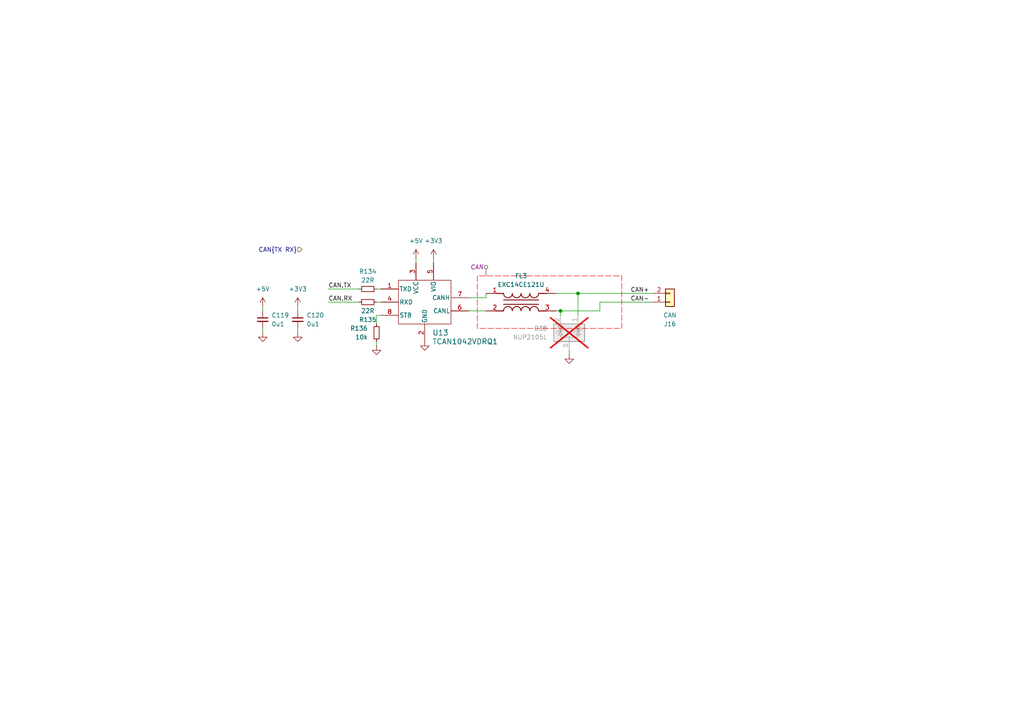
<source format=kicad_sch>
(kicad_sch (version 20250114) (generator "eeschema") (generator_version "9.0")
  (paper "A4")
  (lib_symbols
    (symbol "Connector_Generic:Conn_01x02" (pin_names (offset 1.016) (hide yes))
      (property "Reference" "J" (at 0 2.54 0))
      (property "Value" "Conn_01x02" (at 0 -5.08 0))
      (symbol "Conn_01x02_1_1"
        (rectangle (start -1.27 1.27) (end 1.27 -3.81) (stroke (width 0.254)) (fill (type background)))
        (rectangle (start -1.27 0.127) (end 0 -0.127) (stroke (width 0.1524)))
        (rectangle (start -1.27 -2.413) (end 0 -2.667) (stroke (width 0.1524)))
        (pin passive line (at -5.08 0 0) (length 3.81) (name "Pin_1") (number "1"))
        (pin passive line (at -5.08 -2.54 0) (length 3.81) (name "Pin_2") (number "2"))
      )
    )
    (symbol "Device:C_Small" (pin_numbers (hide yes)) (pin_names (offset 0.254) (hide yes))
      (property "Reference" "C" (at 0.254 1.778 0))
      (property "Value" "C_Small" (at 0.254 -2.032 0))
      (symbol "C_Small_0_1"
        (polyline (pts (xy -1.524 0.508) (xy 1.524 0.508)) (stroke (width 0.3048)))
        (polyline (pts (xy -1.524 -0.508) (xy 1.524 -0.508)) (stroke (width 0.3302)))
      )
      (symbol "C_Small_1_1"
        (pin passive line (at 0 2.54 270) (length 2.032) (name "~") (number "1"))
        (pin passive line (at 0 -2.54 90) (length 2.032) (name "~") (number "2"))
      )
    )
    (symbol "Device:R_Small" (pin_numbers (hide yes)) (pin_names (offset 0.254) (hide yes))
      (property "Reference" "R" (at 0.762 0.508 0))
      (property "Value" "R_Small" (at 0.762 -1.016 0))
      (symbol "R_Small_0_1"
        (rectangle (start -0.762 1.778) (end 0.762 -1.778) (stroke (width 0.2032)))
      )
      (symbol "R_Small_1_1"
        (pin passive line (at 0 2.54 270) (length 0.762) (name "~") (number "1"))
        (pin passive line (at 0 -2.54 90) (length 0.762) (name "~") (number "2"))
      )
    )
    (symbol "Power_Protection:NUP2105L" (pin_names (hide yes))
      (property "Reference" "D" (at 5.715 2.54 0))
      (property "Value" "NUP2105L" (at 5.715 0.635 0))
      (symbol "NUP2105L_0_0"
        (pin passive line (at 0 -5.08 90) (length 2.54) (name "A") (number "3"))
      )
      (symbol "NUP2105L_0_1"
        (rectangle (start -4.445 2.54) (end 4.445 -2.54) (stroke (width 0.254)) (fill (type background)))
        (polyline (pts (xy -3.81 1.27) (xy -3.175 0.635) (xy -1.905 0.635) (xy -1.27 0)))
        (polyline (pts (xy -2.54 2.54) (xy -2.54 0.635)))
        (polyline (pts (xy -2.54 0.635) (xy -2.54 -1.27) (xy 2.54 -1.27) (xy 2.54 0.635)))
        (polyline (pts (xy -2.54 0.635) (xy -1.905 -0.635) (xy -3.175 -0.635) (xy -2.54 0.635)))
        (polyline (pts (xy -2.54 0.635) (xy -3.175 1.905) (xy -1.905 1.905) (xy -2.54 0.635) (xy -2.54 1.27)))
        (polyline (pts (xy 0 -1.27) (xy 0 -2.54)))
        (polyline (pts (xy 1.27 1.27) (xy 1.905 0.635) (xy 2.54 0.635) (xy 3.175 0.635) (xy 3.81 0)))
        (polyline (pts (xy 2.54 2.54) (xy 2.54 0.635)))
        (polyline (pts (xy 2.54 0.635) (xy 1.905 -0.635) (xy 3.175 -0.635) (xy 2.54 0.635)))
        (polyline (pts (xy 2.54 0.635) (xy 3.175 1.905) (xy 1.905 1.905) (xy 2.54 0.635)))
      )
      (symbol "NUP2105L_1_1"
        (pin passive line (at -2.54 5.08 270) (length 2.54) (name "K") (number "1"))
        (pin passive line (at 2.54 5.08 270) (length 2.54) (name "K") (number "2"))
      )
    )
    (symbol "SamacSys_Parts_EP6:EXC-X4CE900U" (pin_names (hide yes))
      (property "Reference" "FL" (at -0.254 1.524 0))
      (property "Value" "EXC-X4CE900U" (at -0.254 -0.254 0))
      (symbol "EXC-X4CE900U_1_1"
        (polyline (pts (xy -2.54 5.08) (xy -2.54 7.366)) (stroke (width 0.254)))
        (arc (start -2.488 5.08) (mid -1.2689 3.81) (end -2.488 2.54) (stroke (width 0.254)))
        (arc (start -2.488 2.54) (mid -1.2689 1.27) (end -2.488 0) (stroke (width 0.254)))
        (arc (start -2.488 0) (mid -1.2689 -1.27) (end -2.488 -2.54) (stroke (width 0.254)))
        (arc (start -2.488 -2.54) (mid -1.2689 -3.81) (end -2.488 -5.08) (stroke (width 0.254)))
        (polyline (pts (xy -2.54 -5.08) (xy -2.54 -7.366)) (stroke (width 0.254)))
        (polyline (pts (xy -0.635 5.08) (xy -0.635 -5.08)) (stroke (width 0.254)))
        (polyline (pts (xy 0.635 5.08) (xy 0.635 -5.08)) (stroke (width 0.254)))
        (polyline (pts (xy 2.54 5.08) (xy 2.54 7.366)) (stroke (width 0.254)))
        (arc (start 2.488 2.54) (mid 1.2689 3.81) (end 2.488 5.08) (stroke (width 0.254)))
        (arc (start 2.488 0) (mid 1.2689 1.27) (end 2.488 2.54) (stroke (width 0.254)))
        (arc (start 2.488 -2.54) (mid 1.2689 -1.27) (end 2.488 0) (stroke (width 0.254)))
        (arc (start 2.488 -5.08) (mid 1.2689 -3.81) (end 2.488 -2.54) (stroke (width 0.254)))
        (polyline (pts (xy 2.54 -5.08) (xy 2.54 -7.366)) (stroke (width 0.254)))
        (pin passive line (at -2.54 10.16 270) (length 5.08) (name "4") (number "4"))
        (pin passive line (at -2.54 -10.16 90) (length 5.08) (name "1") (number "1"))
        (pin passive line (at 2.54 10.16 270) (length 5.08) (name "3") (number "3"))
        (pin passive line (at 2.54 -10.16 90) (length 5.08) (name "2") (number "2"))
      )
    )
    (symbol "nturt_kicad_lib_EP6:TCAN1042VDRQ1" (pin_names (offset 0.254))
      (property "Reference" "U" (at 0 2.54 0))
      (property "Value" "TCAN1042VDRQ1" (at 0 0 0))
      (symbol "TCAN1042VDRQ1_0_1"
        (pin input line (at -12.7 3.81 0) (length 5.08) (name "TXD") (number "1"))
        (pin output line (at -12.7 0 0) (length 5.08) (name "RXD") (number "4"))
        (pin input line (at -12.7 -3.81 0) (length 5.08) (name "STB") (number "8"))
        (pin power_in line (at -2.54 11.43 270) (length 5.08) (name "VCC") (number "3"))
        (pin power_in line (at 0 -11.43 90) (length 5.08) (name "GND") (number "2"))
        (pin power_in line (at 2.54 11.43 270) (length 5.08) (name "VIO") (number "5"))
        (pin bidirectional line (at 12.7 1.27 180) (length 5.08) (name "CANH") (number "7"))
        (pin bidirectional line (at 12.7 -2.54 180) (length 5.08) (name "CANL") (number "6"))
      )
      (symbol "TCAN1042VDRQ1_1_1"
        (rectangle (start -7.62 6.35) (end 7.62 -6.35))
      )
    )
    (symbol "power:+3V3" (power) (pin_numbers (hide yes)) (pin_names (offset 0) (hide yes))
      (property "Value" "+3V3" (at 0 3.556 0))
      (symbol "+3V3_0_1"
        (polyline (pts (xy -0.762 1.27) (xy 0 2.54)))
        (polyline (pts (xy 0 2.54) (xy 0.762 1.27)))
        (polyline (pts (xy 0 0) (xy 0 2.54)))
      )
      (symbol "+3V3_1_1"
        (pin power_in line (at 0 0 90) (length 0) (name "~") (number "1"))
      )
    )
    (symbol "power:+5V" (power) (pin_numbers (hide yes)) (pin_names (offset 0) (hide yes))
      (property "Value" "+5V" (at 0 3.556 0))
      (symbol "+5V_0_1"
        (polyline (pts (xy -0.762 1.27) (xy 0 2.54)))
        (polyline (pts (xy 0 2.54) (xy 0.762 1.27)))
        (polyline (pts (xy 0 0) (xy 0 2.54)))
      )
      (symbol "+5V_1_1"
        (pin power_in line (at 0 0 90) (length 0) (name "~") (number "1"))
      )
    )
    (symbol "power:GND" (power) (pin_numbers (hide yes)) (pin_names (offset 0) (hide yes))
      (property "Value" "GND" (at 0 -3.81 0))
      (symbol "GND_0_1"
        (polyline (pts (xy 0 0) (xy 0 -1.27) (xy 1.27 -1.27) (xy 0 -2.54) (xy -1.27 -1.27) (xy 0 -1.27)))
      )
      (symbol "GND_1_1"
        (pin power_in line (at 0 0 270) (length 0) (name "~") (number "1"))
      )
    )
  )
  (junction (at 167.64 85.09))
  (junction (at 162.56 90.17))
  (wire (pts (xy 167.64 85.09) (xy 189.23 85.09)))
  (wire (pts (xy 109.22 91.44) (xy 110.49 91.44)))
  (wire (pts (xy 162.56 90.17) (xy 162.56 91.44)))
  (wire (pts (xy 109.22 93.98) (xy 109.22 91.44)))
  (wire (pts (xy 120.65 74.93) (xy 120.65 76.2)))
  (wire (pts (xy 109.22 87.63) (xy 110.49 87.63)))
  (wire (pts (xy 167.64 85.09) (xy 167.64 91.44)))
  (wire (pts (xy 135.89 86.36) (xy 140.97 86.36)))
  (wire (pts (xy 76.2 96.52) (xy 76.2 95.25)))
  (wire (pts (xy 173.99 87.63) (xy 173.99 90.17)))
  (wire (pts (xy 86.36 88.9) (xy 86.36 90.17)))
  (wire (pts (xy 95.25 87.63) (xy 104.14 87.63)))
  (wire (pts (xy 109.22 100.33) (xy 109.22 99.06)))
  (wire (pts (xy 125.73 74.93) (xy 125.73 76.2)))
  (wire (pts (xy 140.97 90.17) (xy 135.89 90.17)))
  (wire (pts (xy 140.97 86.36) (xy 140.97 85.09)))
  (wire (pts (xy 76.2 88.9) (xy 76.2 90.17)))
  (wire (pts (xy 162.56 90.17) (xy 161.29 90.17)))
  (wire (pts (xy 95.25 83.82) (xy 104.14 83.82)))
  (wire (pts (xy 165.1 102.87) (xy 165.1 101.6)))
  (wire (pts (xy 173.99 87.63) (xy 189.23 87.63)))
  (wire (pts (xy 86.36 96.52) (xy 86.36 95.25)))
  (wire (pts (xy 109.22 83.82) (xy 110.49 83.82)))
  (wire (pts (xy 162.56 90.17) (xy 173.99 90.17)))
  (wire (pts (xy 161.29 85.09) (xy 167.64 85.09)))
  (label "CAN.RX" (at 95.25 87.63 0))
  (label "CAN+" (at 182.88 85.09 0))
  (label "CAN-" (at 182.88 87.63 0))
  (label "CAN.TX" (at 95.25 83.82 0))
  (hierarchical_label "CAN{TX RX}" (shape input) (at 87.63 72.39 180))
  (rule_area (polyline (pts (xy 138.43 80.01) (xy 138.43 95.25) (xy 180.34 95.25) (xy 180.34 80.01)) (stroke (width 0) (type dash))))
  (netclass_flag "" (length 2.54) (shape round) (at 140.97 80.01 0) (property "Netclass" "CAN" (at 140.2715 77.47 0) (effects (font (italic yes)) (justify right))))
  (symbol (lib_id "Device:R_Small") (at 106.68 83.82 90) (unit 1)
    (property "Reference" "R10" (at 106.68 78.74 90))
    (property "Value" "22R" (at 106.68 81.28 90))
    (property "Footprint" "Resistor_SMD:R_0402_1005Metric" (effects (hide yes)))
    (property "Description" "Resistor, small symbol" (effects (hide yes)))
    (instances (project "" (path "" (reference "R134") (unit 1)) (path "" (reference "R10") (unit 1)) (path "" (reference "R147") (unit 1)) (path "" (reference "R144") (unit 1))))
  )
  (symbol (lib_id "Device:R_Small") (at 106.68 87.63 90) (mirror x) (unit 1)
    (property "Reference" "R11" (at 106.68 92.71 90))
    (property "Value" "22R" (at 106.68 90.17 90))
    (property "Footprint" "Resistor_SMD:R_0402_1005Metric" (effects (hide yes)))
    (property "Description" "Resistor, small symbol" (effects (hide yes)))
    (instances (project "" (path "" (reference "R135") (unit 1)) (path "" (reference "R11") (unit 1)) (path "" (reference "R148") (unit 1)) (path "" (reference "R145") (unit 1))))
  )
  (symbol (lib_id "SamacSys_Parts_EP6:EXC-X4CE900U") (at 151.13 87.63 270) (unit 1)
    (property "Reference" "FL2" (at 151.13 80.01 90))
    (property "Value" "EXC14CE121U" (at 151.13 82.55 90))
    (property "Footprint" "SamacSys_Parts_EP6:EXCX4CE900U" (effects (hide yes)))
    (property "Datasheet" "https://industrial.panasonic.com/cdbs/www-data/pdf/AWE0000/AWE0000C258.pdf" (effects (hide yes)))
    (property "Description" "Series/Type: Common mode Filters (0202 small size), Size [LW] (mm): 0.650.50, Height (mm): 0.3, Impedance [Common Mode] (): 90, Rated Voltage [DC] (V): 5, Rated Current [DC] (mA): 100, DC Resistance [max.] (): 3.0+/-30%, Number of circuit: 1" (effects (hide yes)))
    (property "Mouser Part Number" "667-EXC-X4CE900U" (effects (hide yes)))
    (property "Mouser Price/Stock" "https://www.mouser.co.uk/ProductDetail/Panasonic/EXC-X4CE900U?qs=r%2Fc3XikQTkKbkY%2FGNti4Lw%3D%3D" (effects (hide yes)))
    (property "Manufacturer_Name" "Panasonic" (effects (hide yes)))
    (property "Manufacturer_Part_Number" "EXC-X4CE900U" (effects (hide yes)))
    (property "Simulation Data" "https://industrial.panasonic.com/content/data/CC/files/EXCX4CE900U.zip" (effects (hide yes)))
    (instances (project "" (path "" (reference "FL3") (unit 1)) (path "" (reference "FL2") (unit 1)) (path "" (reference "FL5") (unit 1)) (path "" (reference "FL4") (unit 1))))
  )
  (symbol (lib_id "power:+5V") (at 76.2 88.9 0) (unit 1)
    (property "Reference" "#PWR035" (effects (hide yes)))
    (property "Value" "+5V" (at 76.2 83.82 0))
    (property "Description" "Power symbol creates a global label with name \"+5V\"" (effects (hide yes)))
    (instances (project "" (path "" (reference "#PWR0212") (unit 1)) (path "" (reference "#PWR035") (unit 1)) (path "" (reference "#PWR0252") (unit 1)) (path "" (reference "#PWR0243") (unit 1))))
  )
  (symbol (lib_id "power:GND") (at 123.19 99.06 0) (unit 1)
    (property "Reference" "#PWR041" (effects (hide yes)))
    (property "Value" "GND" (effects (hide yes)))
    (property "Description" "Power symbol creates a global label with name \"GND\" , ground" (effects (hide yes)))
    (instances (project "" (path "" (reference "#PWR0218") (unit 1)) (path "" (reference "#PWR041") (unit 1)) (path "" (reference "#PWR0258") (unit 1)) (path "" (reference "#PWR0249") (unit 1))))
  )
  (symbol (lib_id "power:+3V3") (at 125.73 74.93 0) (unit 1)
    (property "Reference" "#PWR042" (effects (hide yes)))
    (property "Value" "+3V3" (at 125.73 69.85 0))
    (property "Description" "Power symbol creates a global label with name \"+3V3\"" (effects (hide yes)))
    (instances (project "" (path "" (reference "#PWR0219") (unit 1)) (path "" (reference "#PWR042") (unit 1)) (path "" (reference "#PWR0259") (unit 1)) (path "" (reference "#PWR0250") (unit 1))))
  )
  (symbol (lib_id "Connector_Generic:Conn_01x02") (at 194.31 87.63 0) (mirror x) (unit 1)
    (property "Reference" "J5" (at 194.31 93.98 0))
    (property "Value" "CAN" (at 194.31 91.44 0))
    (property "Footprint" "Connector_JST:JST_PH_B2B-PH-K_1x02_P2.00mm_Vertical" (effects (hide yes)))
    (property "Description" "Generic connector, single row, 01x02, script generated (kicad-library-utils/schlib/autogen/connector/)" (effects (hide yes)))
    (instances (project "" (path "" (reference "J16") (unit 1)) (path "" (reference "J5") (unit 1)) (path "" (reference "J19") (unit 1)) (path "" (reference "J18") (unit 1))))
  )
  (symbol (lib_id "Device:C_Small") (at 86.36 92.71 0) (unit 1)
    (property "Reference" "C23" (at 88.9 91.4463 0) (effects (justify left)))
    (property "Value" "0u1" (at 88.9 93.9863 0) (effects (justify left)))
    (property "Footprint" "Capacitor_SMD:C_0402_1005Metric" (effects (hide yes)))
    (property "Description" "Unpolarized capacitor, small symbol" (effects (hide yes)))
    (instances (project "" (path "" (reference "C120") (unit 1)) (path "" (reference "C23") (unit 1)) (path "" (reference "C143") (unit 1)) (path "" (reference "C141") (unit 1))))
  )
  (symbol (lib_id "power:GND") (at 76.2 96.52 0) (unit 1)
    (property "Reference" "#PWR036" (effects (hide yes)))
    (property "Value" "GND" (effects (hide yes)))
    (property "Description" "Power symbol creates a global label with name \"GND\" , ground" (effects (hide yes)))
    (instances (project "" (path "" (reference "#PWR0213") (unit 1)) (path "" (reference "#PWR036") (unit 1)) (path "" (reference "#PWR0253") (unit 1)) (path "" (reference "#PWR0244") (unit 1))))
  )
  (symbol (lib_id "power:+5V") (at 120.65 74.93 0) (unit 1)
    (property "Reference" "#PWR040" (effects (hide yes)))
    (property "Value" "+5V" (at 120.65 69.85 0))
    (property "Description" "Power symbol creates a global label with name \"+5V\"" (effects (hide yes)))
    (instances (project "" (path "" (reference "#PWR0217") (unit 1)) (path "" (reference "#PWR040") (unit 1)) (path "" (reference "#PWR0257") (unit 1)) (path "" (reference "#PWR0248") (unit 1))))
  )
  (symbol (lib_id "power:GND") (at 165.1 102.87 0) (unit 1)
    (property "Reference" "#PWR043" (effects (hide yes)))
    (property "Value" "GND" (effects (hide yes)))
    (property "Description" "Power symbol creates a global label with name \"GND\" , ground" (effects (hide yes)))
    (instances (project "" (path "" (reference "#PWR0220") (unit 1)) (path "" (reference "#PWR043") (unit 1)) (path "" (reference "#PWR0260") (unit 1)) (path "" (reference "#PWR0251") (unit 1))))
  )
  (symbol (lib_id "nturt_kicad_lib_EP6:TCAN1042VDRQ1") (at 123.19 87.63 0) (unit 1)
    (property "Reference" "U3" (at 125.3841 96.52 0) (effects (font (size 1.524 1.524)) (justify left)))
    (property "Value" "TCAN1042VDRQ1" (at 125.3841 99.06 0) (effects (font (size 1.524 1.524)) (justify left)))
    (property "Footprint" "Package_SO:SOIC-8_3.9x4.9mm_P1.27mm" (effects (hide yes)))
    (property "Datasheet" "TCAN1042VDRQ1" (effects (hide yes)))
    (instances (project "" (path "" (reference "U13") (unit 1)) (path "" (reference "U3") (unit 1)) (path "" (reference "U18") (unit 1)) (path "" (reference "U17") (unit 1))))
  )
  (symbol (lib_id "power:+3V3") (at 86.36 88.9 0) (unit 1)
    (property "Reference" "#PWR037" (effects (hide yes)))
    (property "Value" "+3V3" (at 86.36 83.82 0))
    (property "Description" "Power symbol creates a global label with name \"+3V3\"" (effects (hide yes)))
    (instances (project "" (path "" (reference "#PWR0214") (unit 1)) (path "" (reference "#PWR037") (unit 1)) (path "" (reference "#PWR0254") (unit 1)) (path "" (reference "#PWR0245") (unit 1))))
  )
  (symbol (lib_id "power:GND") (at 86.36 96.52 0) (unit 1)
    (property "Reference" "#PWR038" (effects (hide yes)))
    (property "Value" "GND" (effects (hide yes)))
    (property "Description" "Power symbol creates a global label with name \"GND\" , ground" (effects (hide yes)))
    (instances (project "" (path "" (reference "#PWR0215") (unit 1)) (path "" (reference "#PWR038") (unit 1)) (path "" (reference "#PWR0255") (unit 1)) (path "" (reference "#PWR0246") (unit 1))))
  )
  (symbol (lib_id "Device:C_Small") (at 76.2 92.71 0) (unit 1)
    (property "Reference" "C22" (at 78.74 91.4463 0) (effects (justify left)))
    (property "Value" "0u1" (at 78.74 93.9863 0) (effects (justify left)))
    (property "Footprint" "Capacitor_SMD:C_0402_1005Metric" (effects (hide yes)))
    (property "Description" "Unpolarized capacitor, small symbol" (effects (hide yes)))
    (instances (project "" (path "" (reference "C119") (unit 1)) (path "" (reference "C22") (unit 1)) (path "" (reference "C142") (unit 1)) (path "" (reference "C140") (unit 1))))
  )
  (symbol (lib_id "Power_Protection:NUP2105L") (at 165.1 96.52 0) (mirror y) (unit 1) (dnp yes)
    (property "Reference" "D4" (at 158.75 95.2499 0) (effects (justify left)))
    (property "Value" "NUP2105L" (at 158.75 97.7899 0) (effects (justify left)))
    (property "Footprint" "Package_TO_SOT_SMD:SOT-23" (effects (hide yes)))
    (property "Datasheet" "https://www.onsemi.com/pub_link/Collateral/NUP2105L-D.PDF" (effects (hide yes)))
    (property "Description" "Dual Line CAN Bus Protector, 24Vrwm" (effects (hide yes)))
    (instances (project "" (path "" (reference "D38") (unit 1)) (path "" (reference "D4") (unit 1)) (path "" (reference "D41") (unit 1)) (path "" (reference "D40") (unit 1))))
  )
  (symbol (lib_id "power:GND") (at 109.22 100.33 0) (unit 1)
    (property "Reference" "#PWR039" (effects (hide yes)))
    (property "Value" "GND" (effects (hide yes)))
    (property "Description" "Power symbol creates a global label with name \"GND\" , ground" (effects (hide yes)))
    (instances (project "" (path "" (reference "#PWR0216") (unit 1)) (path "" (reference "#PWR039") (unit 1)) (path "" (reference "#PWR0256") (unit 1)) (path "" (reference "#PWR0247") (unit 1))))
  )
  (symbol (lib_id "Device:R_Small") (at 109.22 96.52 0) (mirror y) (unit 1)
    (property "Reference" "R12" (at 106.68 95.2499 0) (effects (justify left)))
    (property "Value" "10k" (at 106.68 97.7899 0) (effects (justify left)))
    (property "Footprint" "Resistor_SMD:R_0402_1005Metric" (effects (hide yes)))
    (property "Description" "Resistor, small symbol" (effects (hide yes)))
    (instances (project "" (path "" (reference "R136") (unit 1)) (path "" (reference "R12") (unit 1)) (path "" (reference "R149") (unit 1)) (path "" (reference "R146") (unit 1))))
  )
)
</source>
